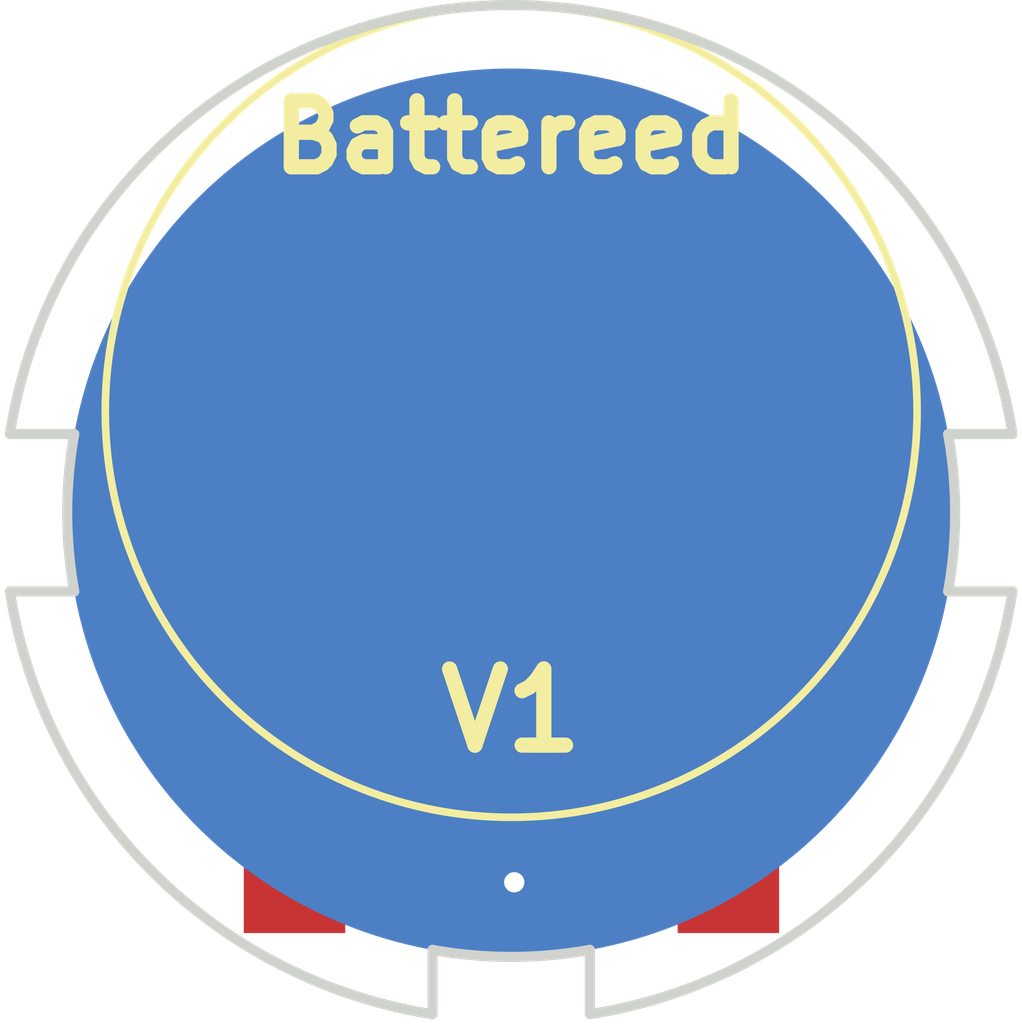
<source format=kicad_pcb>
(kicad_pcb (version 20171130) (host pcbnew 5.0.2+dfsg1-1)

  (general
    (thickness 1.6)
    (drawings 14)
    (tracks 5)
    (zones 0)
    (modules 3)
    (nets 3)
  )

  (page A4)
  (layers
    (0 F.Cu signal)
    (31 B.Cu signal)
    (32 B.Adhes user hide)
    (33 F.Adhes user hide)
    (34 B.Paste user hide)
    (35 F.Paste user hide)
    (36 B.SilkS user)
    (37 F.SilkS user)
    (38 B.Mask user hide)
    (39 F.Mask user hide)
    (40 Dwgs.User user hide)
    (41 Cmts.User user hide)
    (42 Eco1.User user hide)
    (43 Eco2.User user hide)
    (44 Edge.Cuts user)
    (45 Margin user hide)
    (46 B.CrtYd user)
    (47 F.CrtYd user)
    (48 B.Fab user hide)
    (49 F.Fab user hide)
  )

  (setup
    (last_trace_width 0.25)
    (trace_clearance 0.2)
    (zone_clearance 0.508)
    (zone_45_only no)
    (trace_min 0.2)
    (segment_width 0.2)
    (edge_width 0.15)
    (via_size 0.8)
    (via_drill 0.4)
    (via_min_size 0.4)
    (via_min_drill 0.3)
    (uvia_size 0.3)
    (uvia_drill 0.1)
    (uvias_allowed no)
    (uvia_min_size 0.2)
    (uvia_min_drill 0.1)
    (pcb_text_width 0.3)
    (pcb_text_size 1.5 1.5)
    (mod_edge_width 0.15)
    (mod_text_size 1 1)
    (mod_text_width 0.15)
    (pad_size 17.7 17.7)
    (pad_drill 0)
    (pad_to_mask_clearance 0.051)
    (solder_mask_min_width 0.25)
    (aux_axis_origin 0 0)
    (visible_elements FFFFFF7F)
    (pcbplotparams
      (layerselection 0x010f0_ffffffff)
      (usegerberextensions false)
      (usegerberattributes false)
      (usegerberadvancedattributes false)
      (creategerberjobfile false)
      (excludeedgelayer true)
      (linewidth 0.100000)
      (plotframeref false)
      (viasonmask false)
      (mode 1)
      (useauxorigin false)
      (hpglpennumber 1)
      (hpglpenspeed 20)
      (hpglpendiameter 15.000000)
      (psnegative false)
      (psa4output false)
      (plotreference true)
      (plotvalue true)
      (plotinvisibletext false)
      (padsonsilk false)
      (subtractmaskfromsilk false)
      (outputformat 1)
      (mirror false)
      (drillshape 0)
      (scaleselection 1)
      (outputdirectory "gerbers/"))
  )

  (net 0 "")
  (net 1 "Net-(J1-Pad1)")
  (net 2 "Net-(J2-Pad1)")

  (net_class Default "This is the default net class."
    (clearance 0.2)
    (trace_width 0.25)
    (via_dia 0.8)
    (via_drill 0.4)
    (uvia_dia 0.3)
    (uvia_drill 0.1)
    (add_net "Net-(J1-Pad1)")
    (add_net "Net-(J2-Pad1)")
  )

  (module battereed:CT05-1535-G1 (layer F.Cu) (tedit 5CC6A78F) (tstamp 5CDFD0C1)
    (at 100.005 107.28)
    (path /5CC1584C)
    (fp_text reference SW1 (at 0 1.3) (layer F.SilkS) hide
      (effects (font (size 1 1) (thickness 0.15)))
    )
    (fp_text value SW_Reed (at 0 -2.54) (layer F.Fab)
      (effects (font (size 1 1) (thickness 0.15)))
    )
    (fp_line (start -4.8 -0.6) (end -3.2 -0.6) (layer F.CrtYd) (width 0.15))
    (fp_line (start -4.8 0.6) (end -4.8 -0.6) (layer F.CrtYd) (width 0.15))
    (fp_line (start -3.2 0.6) (end -4.8 0.6) (layer F.CrtYd) (width 0.15))
    (fp_line (start -3.2 1.2) (end -3.2 0.6) (layer F.CrtYd) (width 0.15))
    (fp_line (start 3.2 1.2) (end -3.2 1.2) (layer F.CrtYd) (width 0.15))
    (fp_line (start 3.2 0.6) (end 3.2 1.2) (layer F.CrtYd) (width 0.15))
    (fp_line (start 4.8 0.6) (end 3.2 0.6) (layer F.CrtYd) (width 0.15))
    (fp_line (start 4.8 -0.6) (end 4.8 0.6) (layer F.CrtYd) (width 0.15))
    (fp_line (start 3.2 -0.6) (end 4.8 -0.6) (layer F.CrtYd) (width 0.15))
    (fp_line (start 3.2 -1.2) (end 3.2 -0.6) (layer F.CrtYd) (width 0.15))
    (fp_line (start -3.2 -1.2) (end 3.2 -1.2) (layer F.CrtYd) (width 0.15))
    (fp_line (start -3.2 -0.6) (end -3.2 -1.2) (layer F.CrtYd) (width 0.15))
    (pad 2 smd rect (at 4.275 0) (size 2 2) (layers F.Cu F.Paste F.Mask)
      (net 2 "Net-(J2-Pad1)"))
    (pad 1 smd rect (at -4.275 0) (size 2 2) (layers F.Cu F.Paste F.Mask)
      (net 1 "Net-(J1-Pad1)"))
  )

  (module battereed:CR16XX_minus (layer F.Cu) (tedit 5CDFD2DB) (tstamp 5CD129F7)
    (at 100 98)
    (path /5CC549DB)
    (fp_text reference J1 (at 0 8.89) (layer F.SilkS) hide
      (effects (font (size 1 1) (thickness 0.15)))
    )
    (fp_text value CR16XX_minus (at 0 -8.89) (layer F.Fab)
      (effects (font (size 1 1) (thickness 0.15)))
    )
    (fp_circle (center 0 0) (end 8 0) (layer F.CrtYd) (width 0.15))
    (fp_circle (center 0 0) (end 8 0) (layer F.SilkS) (width 0.15))
    (pad 1 smd rect (at 0 0) (size 3.6 8) (layers F.Cu F.Paste F.Mask)
      (net 1 "Net-(J1-Pad1)"))
  )

  (module battereed:CR20XX_minus (layer B.Cu) (tedit 5CDFD4A3) (tstamp 5CD12A49)
    (at 100 100)
    (path /5CC54AD6)
    (fp_text reference J2 (at 0 -11) (layer B.SilkS) hide
      (effects (font (size 1 1) (thickness 0.15)) (justify mirror))
    )
    (fp_text value CR20XX_minus (at 0 11) (layer B.Fab)
      (effects (font (size 1 1) (thickness 0.15)) (justify mirror))
    )
    (fp_circle (center 0 0) (end 10 0) (layer B.CrtYd) (width 0.15))
    (pad 1 smd circle (at 0 0) (size 17.5 17.5) (layers B.Cu B.Paste B.Mask)
      (net 2 "Net-(J2-Pad1)"))
  )

  (gr_text Battereed (at 100 92.6) (layer F.SilkS)
    (effects (font (size 1.3 1.3) (thickness 0.3)))
  )
  (gr_text V1 (at 100 103.9) (layer F.SilkS)
    (effects (font (size 1.5 1.5) (thickness 0.3)))
  )
  (gr_arc (start 100 100) (end 98.45 108.61162) (angle -20.40676668) (layer Edge.Cuts) (width 0.2))
  (gr_arc (start 100 100) (end 109.879145 98.45) (angle -162.1664075) (layer Edge.Cuts) (width 0.2))
  (gr_line (start 90.120855 98.45) (end 91.38838 98.45) (layer Edge.Cuts) (width 0.2))
  (gr_arc (start 100 100) (end 91.38838 98.45) (angle -20.40676668) (layer Edge.Cuts) (width 0.2))
  (gr_line (start 98.45 109.879145) (end 98.45 108.61162) (layer Edge.Cuts) (width 0.2))
  (gr_line (start 108.61162 98.45) (end 109.879145 98.45) (layer Edge.Cuts) (width 0.2))
  (gr_arc (start 100 100) (end 108.61162 101.55) (angle -20.40676668) (layer Edge.Cuts) (width 0.2))
  (gr_line (start 109.879145 101.55) (end 108.61162 101.55) (layer Edge.Cuts) (width 0.2))
  (gr_arc (start 100 100) (end 101.55 109.879145) (angle -72.16640749) (layer Edge.Cuts) (width 0.2))
  (gr_line (start 101.55 108.61162) (end 101.55 109.879145) (layer Edge.Cuts) (width 0.2))
  (gr_line (start 91.38838 101.55) (end 90.120855 101.55) (layer Edge.Cuts) (width 0.2))
  (gr_arc (start 100 100) (end 90.120855 101.55) (angle -72.16640749) (layer Edge.Cuts) (width 0.2))

  (segment (start 97.95 98) (end 100 98) (width 1) (layer F.Cu) (net 1))
  (segment (start 95.73 100.22) (end 97.95 98) (width 1) (layer F.Cu) (net 1))
  (segment (start 95.73 107.28) (end 95.73 100.22) (width 1) (layer F.Cu) (net 1))
  (via (at 100.06 107.28) (size 1) (drill 0.4) (layers F.Cu B.Cu) (net 2))
  (segment (start 103.76 107.28) (end 100.06 107.28) (width 1) (layer F.Cu) (net 2) (tstamp 5CD130FD))

)

</source>
